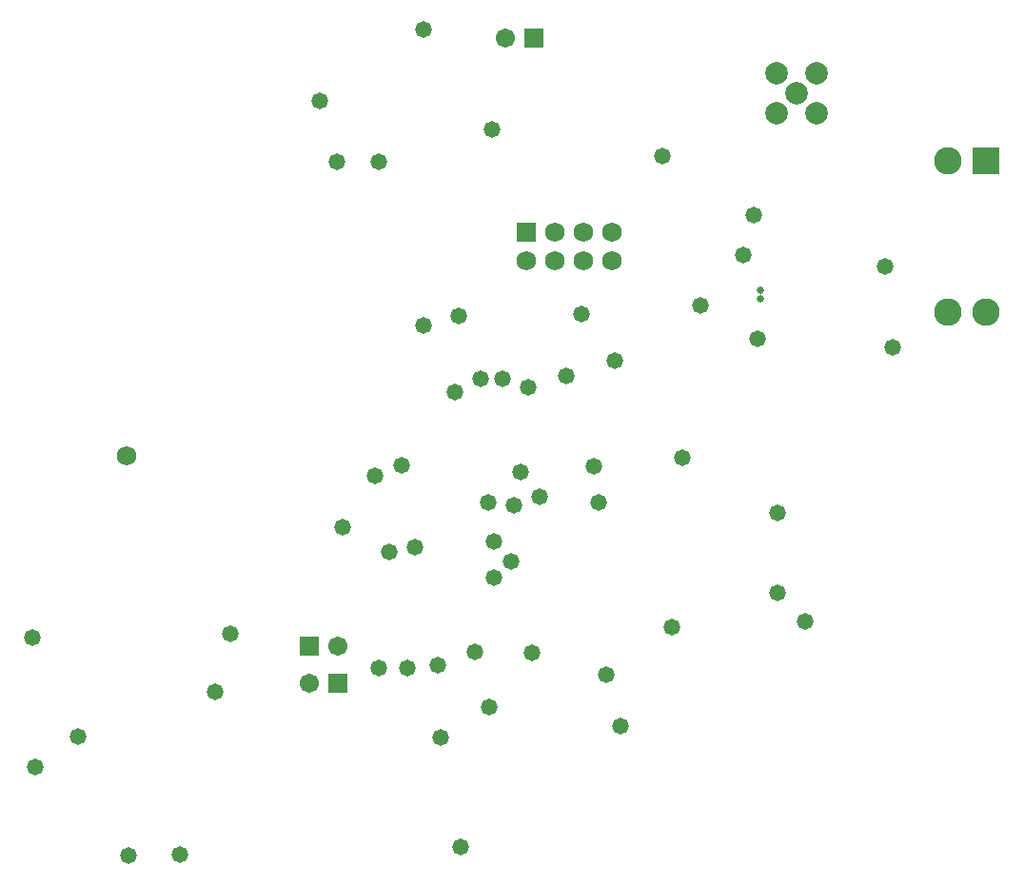
<source format=gbr>
%TF.GenerationSoftware,Altium Limited,Altium Designer,19.1.8 (144)*%
G04 Layer_Color=16711935*
%FSLAX25Y25*%
%MOIN*%
%TF.FileFunction,Soldermask,Bot*%
%TF.Part,Single*%
G01*
G75*
%TA.AperFunction,ComponentPad*%
%ADD39C,0.09646*%
%ADD40R,0.09646X0.09646*%
%ADD51C,0.06902*%
%ADD52R,0.06902X0.06902*%
%ADD53C,0.06706*%
%ADD54R,0.06706X0.06706*%
%TA.AperFunction,ViaPad*%
%ADD55C,0.06800*%
%TA.AperFunction,ComponentPad*%
%ADD56C,0.07887*%
%TA.AperFunction,ViaPad*%
%ADD57C,0.05800*%
%ADD58C,0.02520*%
%ADD59C,0.07887*%
D39*
X350886Y236575D02*
D03*
Y289606D02*
D03*
X364272Y236575D02*
D03*
D40*
Y289606D02*
D03*
D51*
X233268Y254724D02*
D03*
X223268D02*
D03*
X213268D02*
D03*
X203268D02*
D03*
X233268Y264724D02*
D03*
X223268D02*
D03*
X213268D02*
D03*
D52*
X203268D02*
D03*
D53*
X137272Y119724D02*
D03*
X127272Y106724D02*
D03*
X195772Y332724D02*
D03*
D54*
X127272Y119724D02*
D03*
X137272Y106724D02*
D03*
X205772Y332724D02*
D03*
D55*
X63272Y186224D02*
D03*
D56*
X297731Y313184D02*
D03*
X290772Y306224D02*
D03*
Y320144D02*
D03*
X304691Y306224D02*
D03*
Y320144D02*
D03*
D57*
X46161Y87894D02*
D03*
X264075Y238976D02*
D03*
X94095Y103740D02*
D03*
X179429Y235433D02*
D03*
X173228Y87598D02*
D03*
X282874Y270768D02*
D03*
X328839Y252658D02*
D03*
X228346Y169882D02*
D03*
X217321Y214274D02*
D03*
X331496Y224410D02*
D03*
X159449Y182874D02*
D03*
X222441Y236024D02*
D03*
X191929Y143504D02*
D03*
X197835Y149409D02*
D03*
X191929Y156299D02*
D03*
X172244Y112992D02*
D03*
X151575Y112008D02*
D03*
X161417D02*
D03*
X189961Y170079D02*
D03*
X198819Y169095D02*
D03*
X207677Y172047D02*
D03*
X205272Y117224D02*
D03*
X99410Y123819D02*
D03*
X151575Y289173D02*
D03*
X136811D02*
D03*
X167323Y232087D02*
D03*
X194882Y213386D02*
D03*
X187008D02*
D03*
X203740Y210433D02*
D03*
X201272Y180724D02*
D03*
X190272Y98224D02*
D03*
X236272Y91724D02*
D03*
X234272Y219724D02*
D03*
X226772Y182724D02*
D03*
X250772Y291224D02*
D03*
X291272Y166224D02*
D03*
Y138224D02*
D03*
X300772Y128224D02*
D03*
X180272Y49224D02*
D03*
X254272Y126224D02*
D03*
X231272Y109724D02*
D03*
X185272Y117724D02*
D03*
X257772Y185724D02*
D03*
X155272Y152724D02*
D03*
X138772Y161224D02*
D03*
X164272Y154224D02*
D03*
X150272Y179224D02*
D03*
X178272Y208724D02*
D03*
X81772Y46724D02*
D03*
X63772Y46224D02*
D03*
X30272Y122724D02*
D03*
X31272Y77224D02*
D03*
X130772Y310724D02*
D03*
X279272Y256724D02*
D03*
X284272Y227224D02*
D03*
X167272Y335724D02*
D03*
X191272Y300724D02*
D03*
D58*
X285032Y241197D02*
D03*
Y244346D02*
D03*
D59*
X304691Y320144D02*
D03*
Y306224D02*
D03*
X290772Y320144D02*
D03*
Y306224D02*
D03*
X297731Y313184D02*
D03*
%TF.MD5,0821b20a449d29c9e26015cc9d85fcc1*%
M02*

</source>
